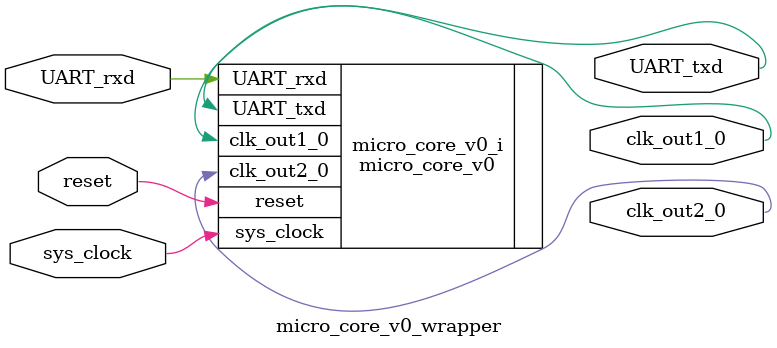
<source format=v>
`timescale 1 ps / 1 ps

module micro_core_v0_wrapper
   (UART_rxd,
    UART_txd,
    clk_out1_0,
    clk_out2_0,
    reset,
    sys_clock);
  input UART_rxd;
  output UART_txd;
  output clk_out1_0;
  output clk_out2_0;
  input reset;
  input sys_clock;

  wire UART_rxd;
  wire UART_txd;
  wire clk_out1_0;
  wire clk_out2_0;
  wire reset;
  wire sys_clock;

  micro_core_v0 micro_core_v0_i
       (.UART_rxd(UART_rxd),
        .UART_txd(UART_txd),
        .clk_out1_0(clk_out1_0),
        .clk_out2_0(clk_out2_0),
        .reset(reset),
        .sys_clock(sys_clock));
endmodule

</source>
